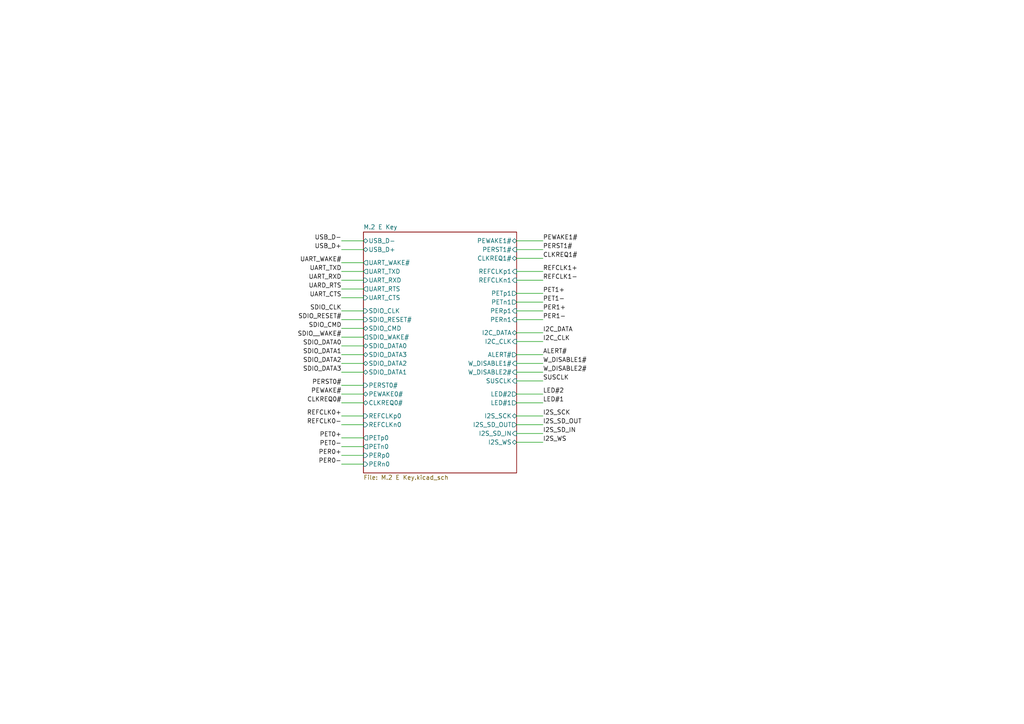
<source format=kicad_sch>
(kicad_sch
	(version 20250114)
	(generator "eeschema")
	(generator_version "9.0")
	(uuid "952b5b3f-9d7c-422c-a52a-bc367f304ba9")
	(paper "A4")
	(lib_symbols)
	(wire
		(pts
			(xy 99.06 86.36) (xy 105.41 86.36)
		)
		(stroke
			(width 0)
			(type default)
		)
		(uuid "007f5bf0-70d3-443b-b513-7f0f8bad5bfe")
	)
	(wire
		(pts
			(xy 99.06 76.2) (xy 105.41 76.2)
		)
		(stroke
			(width 0)
			(type default)
		)
		(uuid "12235e08-1c1e-4503-83aa-edf464e8e9ae")
	)
	(wire
		(pts
			(xy 99.06 102.87) (xy 105.41 102.87)
		)
		(stroke
			(width 0)
			(type default)
		)
		(uuid "1262b9c3-b1f1-4769-9089-3b128b2b266b")
	)
	(wire
		(pts
			(xy 149.86 125.73) (xy 157.48 125.73)
		)
		(stroke
			(width 0)
			(type default)
		)
		(uuid "1cad8bb9-0c82-48cb-8bba-018313c8addc")
	)
	(wire
		(pts
			(xy 99.06 83.82) (xy 105.41 83.82)
		)
		(stroke
			(width 0)
			(type default)
		)
		(uuid "232d4adc-dda9-413b-9e2a-09a36d27429d")
	)
	(wire
		(pts
			(xy 99.06 100.33) (xy 105.41 100.33)
		)
		(stroke
			(width 0)
			(type default)
		)
		(uuid "2d038fd1-a8be-4f55-96f5-dcb84328d2c5")
	)
	(wire
		(pts
			(xy 99.06 132.08) (xy 105.41 132.08)
		)
		(stroke
			(width 0)
			(type default)
		)
		(uuid "32d1c32c-3cb1-4513-b815-90cec57dfb6a")
	)
	(wire
		(pts
			(xy 99.06 129.54) (xy 105.41 129.54)
		)
		(stroke
			(width 0)
			(type default)
		)
		(uuid "34656661-349f-4a04-acc7-912240fbe615")
	)
	(wire
		(pts
			(xy 149.86 85.09) (xy 157.48 85.09)
		)
		(stroke
			(width 0)
			(type default)
		)
		(uuid "346c0a69-92bf-4874-8095-d03df5ec5525")
	)
	(wire
		(pts
			(xy 149.86 92.71) (xy 157.48 92.71)
		)
		(stroke
			(width 0)
			(type default)
		)
		(uuid "39b228ad-4253-46dd-8526-5d31ab749e03")
	)
	(wire
		(pts
			(xy 99.06 134.62) (xy 105.41 134.62)
		)
		(stroke
			(width 0)
			(type default)
		)
		(uuid "3ad67cb0-b5a0-464d-be61-e20c0c6026ca")
	)
	(wire
		(pts
			(xy 99.06 78.74) (xy 105.41 78.74)
		)
		(stroke
			(width 0)
			(type default)
		)
		(uuid "3f2bd8ce-14fe-4103-ada8-5bb362c15555")
	)
	(wire
		(pts
			(xy 99.06 123.19) (xy 105.41 123.19)
		)
		(stroke
			(width 0)
			(type default)
		)
		(uuid "42195606-318d-4241-8f64-f1e8e1c69743")
	)
	(wire
		(pts
			(xy 99.06 120.65) (xy 105.41 120.65)
		)
		(stroke
			(width 0)
			(type default)
		)
		(uuid "43144953-10df-4286-afea-14775ea9132d")
	)
	(wire
		(pts
			(xy 149.86 102.87) (xy 157.48 102.87)
		)
		(stroke
			(width 0)
			(type default)
		)
		(uuid "459df17c-6bb8-453e-ba80-fa824d55f736")
	)
	(wire
		(pts
			(xy 149.86 110.49) (xy 157.48 110.49)
		)
		(stroke
			(width 0)
			(type default)
		)
		(uuid "466ed6b8-51e6-481d-bd53-772d6456ec97")
	)
	(wire
		(pts
			(xy 149.86 116.84) (xy 157.48 116.84)
		)
		(stroke
			(width 0)
			(type default)
		)
		(uuid "49bc98f0-1d92-4fcc-9271-8cddf97a0f2d")
	)
	(wire
		(pts
			(xy 99.06 114.3) (xy 105.41 114.3)
		)
		(stroke
			(width 0)
			(type default)
		)
		(uuid "5430aa99-cfe8-4630-b171-6d1e15837a22")
	)
	(wire
		(pts
			(xy 149.86 72.39) (xy 157.48 72.39)
		)
		(stroke
			(width 0)
			(type default)
		)
		(uuid "5a01612c-bdba-44bf-abca-0eb86d4335ec")
	)
	(wire
		(pts
			(xy 99.06 105.41) (xy 105.41 105.41)
		)
		(stroke
			(width 0)
			(type default)
		)
		(uuid "61e0b603-2b1c-4e1e-b44b-0bcc1bf89396")
	)
	(wire
		(pts
			(xy 99.06 111.76) (xy 105.41 111.76)
		)
		(stroke
			(width 0)
			(type default)
		)
		(uuid "68b57a9c-ea8c-4ec7-bf83-18fa67d29cc5")
	)
	(wire
		(pts
			(xy 99.06 95.25) (xy 105.41 95.25)
		)
		(stroke
			(width 0)
			(type default)
		)
		(uuid "6973b2b3-85d6-42cf-95a8-8296f6e9bd72")
	)
	(wire
		(pts
			(xy 149.86 128.27) (xy 157.48 128.27)
		)
		(stroke
			(width 0)
			(type default)
		)
		(uuid "6e9ccc81-facb-4ab1-a03c-abcafd3afeb9")
	)
	(wire
		(pts
			(xy 99.06 107.95) (xy 105.41 107.95)
		)
		(stroke
			(width 0)
			(type default)
		)
		(uuid "70604d6c-37ac-44f7-b585-f3ad12d8095c")
	)
	(wire
		(pts
			(xy 149.86 69.85) (xy 157.48 69.85)
		)
		(stroke
			(width 0)
			(type default)
		)
		(uuid "7080e4d8-1372-4fd7-bf0f-ef38621b7ea0")
	)
	(wire
		(pts
			(xy 99.06 127) (xy 105.41 127)
		)
		(stroke
			(width 0)
			(type default)
		)
		(uuid "740f8a3e-dd7d-46c5-ba8c-910dae77d53d")
	)
	(wire
		(pts
			(xy 99.06 116.84) (xy 105.41 116.84)
		)
		(stroke
			(width 0)
			(type default)
		)
		(uuid "774ed48c-f0b5-4d24-813c-545f8288069c")
	)
	(wire
		(pts
			(xy 149.86 120.65) (xy 157.48 120.65)
		)
		(stroke
			(width 0)
			(type default)
		)
		(uuid "8935561a-5238-40de-8201-b0f7698e7816")
	)
	(wire
		(pts
			(xy 149.86 81.28) (xy 157.48 81.28)
		)
		(stroke
			(width 0)
			(type default)
		)
		(uuid "8f61e1b0-d88c-4cf6-a46f-4f033209395e")
	)
	(wire
		(pts
			(xy 99.06 81.28) (xy 105.41 81.28)
		)
		(stroke
			(width 0)
			(type default)
		)
		(uuid "90e1a5d5-414c-4094-89f8-eb33de57ee96")
	)
	(wire
		(pts
			(xy 149.86 105.41) (xy 157.48 105.41)
		)
		(stroke
			(width 0)
			(type default)
		)
		(uuid "959e4b6e-1d74-47ab-bce3-37303c541925")
	)
	(wire
		(pts
			(xy 149.86 99.06) (xy 157.48 99.06)
		)
		(stroke
			(width 0)
			(type default)
		)
		(uuid "977959ac-64c8-4b4b-a100-6432137478f4")
	)
	(wire
		(pts
			(xy 149.86 123.19) (xy 157.48 123.19)
		)
		(stroke
			(width 0)
			(type default)
		)
		(uuid "b14ad73a-4446-4992-8d4a-d98b7f35957a")
	)
	(wire
		(pts
			(xy 99.06 72.39) (xy 105.41 72.39)
		)
		(stroke
			(width 0)
			(type default)
		)
		(uuid "b1e5398a-e1c5-4724-9d62-daccc67ec6a0")
	)
	(wire
		(pts
			(xy 149.86 78.74) (xy 157.48 78.74)
		)
		(stroke
			(width 0)
			(type default)
		)
		(uuid "be831064-7cbf-4863-9ff4-d3fbb5db8e5f")
	)
	(wire
		(pts
			(xy 149.86 74.93) (xy 157.48 74.93)
		)
		(stroke
			(width 0)
			(type default)
		)
		(uuid "c839bddc-f366-4c15-95e4-a74216afb4a4")
	)
	(wire
		(pts
			(xy 99.06 69.85) (xy 105.41 69.85)
		)
		(stroke
			(width 0)
			(type default)
		)
		(uuid "cc1775fa-0dd5-4fef-9f7b-b8fee33be977")
	)
	(wire
		(pts
			(xy 99.06 97.79) (xy 105.41 97.79)
		)
		(stroke
			(width 0)
			(type default)
		)
		(uuid "cd61d01d-fbab-4684-8f5d-7e71e1ce8330")
	)
	(wire
		(pts
			(xy 149.86 87.63) (xy 157.48 87.63)
		)
		(stroke
			(width 0)
			(type default)
		)
		(uuid "ce3c8f28-39bf-4301-afc8-59e2c09f7880")
	)
	(wire
		(pts
			(xy 149.86 90.17) (xy 157.48 90.17)
		)
		(stroke
			(width 0)
			(type default)
		)
		(uuid "d6f867e4-d320-48c0-a2a3-f299c64b923f")
	)
	(wire
		(pts
			(xy 99.06 92.71) (xy 105.41 92.71)
		)
		(stroke
			(width 0)
			(type default)
		)
		(uuid "f555c7f9-ac66-4413-8da0-0c8b60d1691b")
	)
	(wire
		(pts
			(xy 149.86 96.52) (xy 157.48 96.52)
		)
		(stroke
			(width 0)
			(type default)
		)
		(uuid "f56fa955-8726-4750-99d6-426a947ac054")
	)
	(wire
		(pts
			(xy 149.86 114.3) (xy 157.48 114.3)
		)
		(stroke
			(width 0)
			(type default)
		)
		(uuid "f7acfbd6-e73b-4679-b961-44594ccbfcec")
	)
	(wire
		(pts
			(xy 149.86 107.95) (xy 157.48 107.95)
		)
		(stroke
			(width 0)
			(type default)
		)
		(uuid "f9a91ec1-c79c-4485-911e-b1bb44b491e0")
	)
	(wire
		(pts
			(xy 99.06 90.17) (xy 105.41 90.17)
		)
		(stroke
			(width 0)
			(type default)
		)
		(uuid "fd2eb65a-05f9-4239-97c3-5536101b8eb7")
	)
	(label "I2C_DATA"
		(at 157.48 96.52 0)
		(effects
			(font
				(size 1.27 1.27)
			)
			(justify left bottom)
		)
		(uuid "190922f6-beae-4503-9668-fb43e0d6b982")
	)
	(label "UART_TXD"
		(at 99.06 78.74 180)
		(effects
			(font
				(size 1.27 1.27)
			)
			(justify right bottom)
		)
		(uuid "1daa6c78-ba8c-48cf-8faa-e51545cf7b80")
	)
	(label "SDIO_RESET#"
		(at 99.06 92.71 180)
		(effects
			(font
				(size 1.27 1.27)
			)
			(justify right bottom)
		)
		(uuid "21c77558-589a-4ce8-8f60-74aeec278167")
	)
	(label "SDIO_CMD"
		(at 99.06 95.25 180)
		(effects
			(font
				(size 1.27 1.27)
			)
			(justify right bottom)
		)
		(uuid "24ad196c-0db1-4d0e-9d53-db1d92e59547")
	)
	(label "CLKREQ0#"
		(at 99.06 116.84 180)
		(effects
			(font
				(size 1.27 1.27)
			)
			(justify right bottom)
		)
		(uuid "2e77501c-de2d-4edc-906b-d0ba3db7024b")
	)
	(label "I2S_SCK"
		(at 157.48 120.65 0)
		(effects
			(font
				(size 1.27 1.27)
			)
			(justify left bottom)
		)
		(uuid "35bed543-8e71-4529-8c23-4e32b289c940")
	)
	(label "SUSCLK"
		(at 157.48 110.49 0)
		(effects
			(font
				(size 1.27 1.27)
			)
			(justify left bottom)
		)
		(uuid "3dabe581-47d5-4b7e-a79e-d3e111ada625")
	)
	(label "UART_WAKE#"
		(at 99.06 76.2 180)
		(effects
			(font
				(size 1.27 1.27)
			)
			(justify right bottom)
		)
		(uuid "41f2789c-2f7e-4689-a3e7-51e7910bea29")
	)
	(label "PET0+"
		(at 99.06 127 180)
		(effects
			(font
				(size 1.27 1.27)
			)
			(justify right bottom)
		)
		(uuid "44e103be-1bc5-48cd-b680-e7c21e838191")
	)
	(label "PET0-"
		(at 99.06 129.54 180)
		(effects
			(font
				(size 1.27 1.27)
			)
			(justify right bottom)
		)
		(uuid "4682db1c-8c98-4d11-b3d7-ffc039f84987")
	)
	(label "USB_D+"
		(at 99.06 72.39 180)
		(effects
			(font
				(size 1.27 1.27)
			)
			(justify right bottom)
		)
		(uuid "48ce11cb-b918-47b1-9576-e7c031e4e3b4")
	)
	(label "UART_RXD"
		(at 99.06 81.28 180)
		(effects
			(font
				(size 1.27 1.27)
			)
			(justify right bottom)
		)
		(uuid "4b4189bc-cc90-4e1b-81ea-110ce173ab12")
	)
	(label "I2S_WS"
		(at 157.48 128.27 0)
		(effects
			(font
				(size 1.27 1.27)
			)
			(justify left bottom)
		)
		(uuid "4dda5563-3302-4a5a-b841-30fa55506556")
	)
	(label "SDIO_CLK"
		(at 99.06 90.17 180)
		(effects
			(font
				(size 1.27 1.27)
			)
			(justify right bottom)
		)
		(uuid "508a4008-c2a7-4d9a-ad3f-4235285c47db")
	)
	(label "I2C_CLK"
		(at 157.48 99.06 0)
		(effects
			(font
				(size 1.27 1.27)
			)
			(justify left bottom)
		)
		(uuid "5285e27d-0df8-4f16-9d0f-25d39609d329")
	)
	(label "I2S_SD_IN"
		(at 157.48 125.73 0)
		(effects
			(font
				(size 1.27 1.27)
			)
			(justify left bottom)
		)
		(uuid "543963b5-f609-4cac-a242-a20031ae7b4f")
	)
	(label "REFCLK0-"
		(at 99.06 123.19 180)
		(effects
			(font
				(size 1.27 1.27)
			)
			(justify right bottom)
		)
		(uuid "589b3715-2c57-4dfe-9c80-a038f8cf41a4")
	)
	(label "I2S_SD_OUT"
		(at 157.48 123.19 0)
		(effects
			(font
				(size 1.27 1.27)
			)
			(justify left bottom)
		)
		(uuid "6a64a9db-fc34-4bbc-81bd-27be05bfa90e")
	)
	(label "REFCLK0+"
		(at 99.06 120.65 180)
		(effects
			(font
				(size 1.27 1.27)
			)
			(justify right bottom)
		)
		(uuid "7ee7dd8d-53ad-48d4-bea6-2cbd887441fb")
	)
	(label "REFCLK1-"
		(at 157.48 81.28 0)
		(effects
			(font
				(size 1.27 1.27)
			)
			(justify left bottom)
		)
		(uuid "80435a06-a81d-40a0-87be-793c6589d473")
	)
	(label "SDIO__WAKE#"
		(at 99.06 97.79 180)
		(effects
			(font
				(size 1.27 1.27)
			)
			(justify right bottom)
		)
		(uuid "8326ffd5-b39d-4dea-947f-85897b308c3c")
	)
	(label "PEWAKE1#"
		(at 157.48 69.85 0)
		(effects
			(font
				(size 1.27 1.27)
			)
			(justify left bottom)
		)
		(uuid "86b0074c-0ae9-4e1e-bc5b-eb98b8904dde")
	)
	(label "SDIO_DATA1"
		(at 99.06 102.87 180)
		(effects
			(font
				(size 1.27 1.27)
			)
			(justify right bottom)
		)
		(uuid "8bde1190-d5c9-4ef8-b824-842e70e2dfe4")
	)
	(label "SDIO_DATA3"
		(at 99.06 107.95 180)
		(effects
			(font
				(size 1.27 1.27)
			)
			(justify right bottom)
		)
		(uuid "8e8830b3-2d7c-4d70-bb59-f801e4991192")
	)
	(label "LED#2"
		(at 157.48 114.3 0)
		(effects
			(font
				(size 1.27 1.27)
			)
			(justify left bottom)
		)
		(uuid "8f76d3ba-2e94-4e35-8419-116573afec2f")
	)
	(label "PER0-"
		(at 99.06 134.62 180)
		(effects
			(font
				(size 1.27 1.27)
			)
			(justify right bottom)
		)
		(uuid "9928c63b-4f3c-4e81-8d3a-f8d77cae0295")
	)
	(label "LED#1"
		(at 157.48 116.84 0)
		(effects
			(font
				(size 1.27 1.27)
			)
			(justify left bottom)
		)
		(uuid "a4dd15c8-b5f3-4632-9cfa-b6ff391cfbbd")
	)
	(label "ALERT#"
		(at 157.48 102.87 0)
		(effects
			(font
				(size 1.27 1.27)
			)
			(justify left bottom)
		)
		(uuid "aa5ac696-41e8-4d07-b01f-ad940c939639")
	)
	(label "SDIO_DATA0"
		(at 99.06 100.33 180)
		(effects
			(font
				(size 1.27 1.27)
			)
			(justify right bottom)
		)
		(uuid "aaf4c44b-647e-4568-8434-a7aad4d0a159")
	)
	(label "PERST1#"
		(at 157.48 72.39 0)
		(effects
			(font
				(size 1.27 1.27)
			)
			(justify left bottom)
		)
		(uuid "ab8afe7d-7542-4593-a7e0-0c7654ffcb78")
	)
	(label "PER1-"
		(at 157.48 92.71 0)
		(effects
			(font
				(size 1.27 1.27)
			)
			(justify left bottom)
		)
		(uuid "b40b1877-bb8e-43c3-9f65-341174ec43ca")
	)
	(label "REFCLK1+"
		(at 157.48 78.74 0)
		(effects
			(font
				(size 1.27 1.27)
			)
			(justify left bottom)
		)
		(uuid "b774bef2-32e0-48b3-bf5c-06cf5d9c56be")
	)
	(label "PER0+"
		(at 99.06 132.08 180)
		(effects
			(font
				(size 1.27 1.27)
			)
			(justify right bottom)
		)
		(uuid "b7bcb91a-7464-4cfc-bc77-e1e52e432e16")
	)
	(label "W_DISABLE1#"
		(at 157.48 105.41 0)
		(effects
			(font
				(size 1.27 1.27)
			)
			(justify left bottom)
		)
		(uuid "c50f42fe-f51e-4fcc-9bff-aaafa226cd40")
	)
	(label "PERST0#"
		(at 99.06 111.76 180)
		(effects
			(font
				(size 1.27 1.27)
			)
			(justify right bottom)
		)
		(uuid "c573171f-531d-4ef2-b24a-8f40084572f5")
	)
	(label "SDIO_DATA2"
		(at 99.06 105.41 180)
		(effects
			(font
				(size 1.27 1.27)
			)
			(justify right bottom)
		)
		(uuid "cb747cb9-b571-4e99-8425-293225d5a4db")
	)
	(label "PET1-"
		(at 157.48 87.63 0)
		(effects
			(font
				(size 1.27 1.27)
			)
			(justify left bottom)
		)
		(uuid "cfb63ec5-34a0-4e91-9cbe-fa4ab4571b7e")
	)
	(label "CLKREQ1#"
		(at 157.48 74.93 0)
		(effects
			(font
				(size 1.27 1.27)
			)
			(justify left bottom)
		)
		(uuid "d08a3e82-82bf-42bb-8912-2ce97a57645b")
	)
	(label "UART_CTS"
		(at 99.06 86.36 180)
		(effects
			(font
				(size 1.27 1.27)
			)
			(justify right bottom)
		)
		(uuid "d6973c13-91eb-4962-97f6-e0996a84beed")
	)
	(label "PEWAKE#"
		(at 99.06 114.3 180)
		(effects
			(font
				(size 1.27 1.27)
			)
			(justify right bottom)
		)
		(uuid "d853cd8e-8fa5-4ee8-83df-f8096bda6ec9")
	)
	(label "UARD_RTS"
		(at 99.06 83.82 180)
		(effects
			(font
				(size 1.27 1.27)
			)
			(justify right bottom)
		)
		(uuid "e01840b5-bce4-4817-a2f1-2a0f5c3d3c86")
	)
	(label "PET1+"
		(at 157.48 85.09 0)
		(effects
			(font
				(size 1.27 1.27)
			)
			(justify left bottom)
		)
		(uuid "ee83445d-5b9c-4986-923d-abe1f96c0b14")
	)
	(label "W_DISABLE2#"
		(at 157.48 107.95 0)
		(effects
			(font
				(size 1.27 1.27)
			)
			(justify left bottom)
		)
		(uuid "ef23a175-94cc-487d-8d1a-7e0f75b517ee")
	)
	(label "PER1+"
		(at 157.48 90.17 0)
		(effects
			(font
				(size 1.27 1.27)
			)
			(justify left bottom)
		)
		(uuid "f85b0314-8e45-43b4-9f7b-c0ec98481edc")
	)
	(label "USB_D-"
		(at 99.06 69.85 180)
		(effects
			(font
				(size 1.27 1.27)
			)
			(justify right bottom)
		)
		(uuid "fd68b60f-aad5-4369-b0fb-2cc26d3deb0b")
	)
	(sheet
		(at 105.41 67.31)
		(size 44.45 69.85)
		(exclude_from_sim no)
		(in_bom yes)
		(on_board yes)
		(dnp no)
		(fields_autoplaced yes)
		(stroke
			(width 0.1524)
			(type solid)
		)
		(fill
			(color 0 0 0 0.0000)
		)
		(uuid "cdf26e33-645a-4e13-b036-4ca70156327e")
		(property "Sheetname" "M.2 E Key"
			(at 105.41 66.5984 0)
			(effects
				(font
					(size 1.27 1.27)
				)
				(justify left bottom)
			)
		)
		(property "Sheetfile" "M.2 E Key.kicad_sch"
			(at 105.41 137.7446 0)
			(effects
				(font
					(size 1.27 1.27)
				)
				(justify left top)
			)
		)
		(pin "USB_D-" bidirectional
			(at 105.41 69.85 180)
			(uuid "ac74fda0-c780-4c40-9ff5-062965b5a18d")
			(effects
				(font
					(size 1.27 1.27)
				)
				(justify left)
			)
		)
		(pin "USB_D+" bidirectional
			(at 105.41 72.39 180)
			(uuid "96c32ce5-1e70-42cf-aeb8-b8d04f2f14c2")
			(effects
				(font
					(size 1.27 1.27)
				)
				(justify left)
			)
		)
		(pin "UART_WAKE#" output
			(at 105.41 76.2 180)
			(uuid "03f322ee-33dd-470e-b371-36c5500f1630")
			(effects
				(font
					(size 1.27 1.27)
				)
				(justify left)
			)
		)
		(pin "UART_TXD" output
			(at 105.41 78.74 180)
			(uuid "3a9b6695-a111-410c-84ac-598b77eda373")
			(effects
				(font
					(size 1.27 1.27)
				)
				(justify left)
			)
		)
		(pin "UART_RTS" output
			(at 105.41 83.82 180)
			(uuid "f5346957-08c1-4e47-ad10-1ef5d85f7ac3")
			(effects
				(font
					(size 1.27 1.27)
				)
				(justify left)
			)
		)
		(pin "UART_RXD" input
			(at 105.41 81.28 180)
			(uuid "b069d533-e611-4e76-b5a7-4c4b8506d369")
			(effects
				(font
					(size 1.27 1.27)
				)
				(justify left)
			)
		)
		(pin "UART_CTS" input
			(at 105.41 86.36 180)
			(uuid "da7bd1ba-46f4-41a7-8220-447e7e10b735")
			(effects
				(font
					(size 1.27 1.27)
				)
				(justify left)
			)
		)
		(pin "SDIO_CLK" input
			(at 105.41 90.17 180)
			(uuid "7783d278-589f-4f35-84e6-7a5eb321f780")
			(effects
				(font
					(size 1.27 1.27)
				)
				(justify left)
			)
		)
		(pin "SDIO_RESET#" input
			(at 105.41 92.71 180)
			(uuid "166ea215-d6af-4d00-938b-31a227c66239")
			(effects
				(font
					(size 1.27 1.27)
				)
				(justify left)
			)
		)
		(pin "SDIO_CMD" bidirectional
			(at 105.41 95.25 180)
			(uuid "7b8101f9-4f2b-49ad-84b6-014a1fe622d9")
			(effects
				(font
					(size 1.27 1.27)
				)
				(justify left)
			)
		)
		(pin "SDIO_WAKE#" output
			(at 105.41 97.79 180)
			(uuid "b0cab93b-e47c-4d32-b7fd-c04cad71829a")
			(effects
				(font
					(size 1.27 1.27)
				)
				(justify left)
			)
		)
		(pin "SDIO_DATA0" bidirectional
			(at 105.41 100.33 180)
			(uuid "15924639-67a0-4337-989b-cb30a46cdcf3")
			(effects
				(font
					(size 1.27 1.27)
				)
				(justify left)
			)
		)
		(pin "SDIO_DATA3" bidirectional
			(at 105.41 102.87 180)
			(uuid "a4b746fd-a39f-4bb1-adb4-539ea591d77f")
			(effects
				(font
					(size 1.27 1.27)
				)
				(justify left)
			)
		)
		(pin "SDIO_DATA2" bidirectional
			(at 105.41 105.41 180)
			(uuid "30ddd61f-40b2-4786-84a0-98a4015b289f")
			(effects
				(font
					(size 1.27 1.27)
				)
				(justify left)
			)
		)
		(pin "SDIO_DATA1" bidirectional
			(at 105.41 107.95 180)
			(uuid "ce2f526c-1264-4ec3-944b-d14af7e4c320")
			(effects
				(font
					(size 1.27 1.27)
				)
				(justify left)
			)
		)
		(pin "PERST0#" input
			(at 105.41 111.76 180)
			(uuid "970ce383-ffcb-4fbf-a578-7c69d6f59325")
			(effects
				(font
					(size 1.27 1.27)
				)
				(justify left)
			)
		)
		(pin "PEWAKE0#" bidirectional
			(at 105.41 114.3 180)
			(uuid "f9eb0286-947b-4c28-9383-10ea168202b9")
			(effects
				(font
					(size 1.27 1.27)
				)
				(justify left)
			)
		)
		(pin "CLKREQ0#" bidirectional
			(at 105.41 116.84 180)
			(uuid "b7b9094b-e1a4-4825-85d4-502307669855")
			(effects
				(font
					(size 1.27 1.27)
				)
				(justify left)
			)
		)
		(pin "REFCLKp0" input
			(at 105.41 120.65 180)
			(uuid "8ae9c2d3-d4a2-4ee0-a42b-f5695501b170")
			(effects
				(font
					(size 1.27 1.27)
				)
				(justify left)
			)
		)
		(pin "REFCLKn0" input
			(at 105.41 123.19 180)
			(uuid "f8996a81-9993-447e-b887-652f90a5fe8f")
			(effects
				(font
					(size 1.27 1.27)
				)
				(justify left)
			)
		)
		(pin "PETn0" output
			(at 105.41 129.54 180)
			(uuid "298df22c-8469-40d9-99c4-454b1653ceb1")
			(effects
				(font
					(size 1.27 1.27)
				)
				(justify left)
			)
		)
		(pin "PETp0" output
			(at 105.41 127 180)
			(uuid "1b44ae62-b2df-4715-9ee4-c210bb48cbe7")
			(effects
				(font
					(size 1.27 1.27)
				)
				(justify left)
			)
		)
		(pin "PERn0" input
			(at 105.41 134.62 180)
			(uuid "3956883a-2689-462b-bb85-11ac101c86ff")
			(effects
				(font
					(size 1.27 1.27)
				)
				(justify left)
			)
		)
		(pin "PERp0" input
			(at 105.41 132.08 180)
			(uuid "52922742-90d2-4df3-9fff-4d364f70c8f1")
			(effects
				(font
					(size 1.27 1.27)
				)
				(justify left)
			)
		)
		(pin "PEWAKE1#" bidirectional
			(at 149.86 69.85 0)
			(uuid "3e459ee7-c6f5-45e9-bb1b-ceee832d79ad")
			(effects
				(font
					(size 1.27 1.27)
				)
				(justify right)
			)
		)
		(pin "PERST1#" input
			(at 149.86 72.39 0)
			(uuid "8f93a357-6665-4478-9e95-bbdfef9f1cf7")
			(effects
				(font
					(size 1.27 1.27)
				)
				(justify right)
			)
		)
		(pin "CLKREQ1#" bidirectional
			(at 149.86 74.93 0)
			(uuid "374babc5-481f-4d4e-8052-b2f2bc9d4381")
			(effects
				(font
					(size 1.27 1.27)
				)
				(justify right)
			)
		)
		(pin "REFCLKn1" input
			(at 149.86 81.28 0)
			(uuid "92c6ef7b-bb17-428c-b25e-ee233c9e0def")
			(effects
				(font
					(size 1.27 1.27)
				)
				(justify right)
			)
		)
		(pin "REFCLKp1" input
			(at 149.86 78.74 0)
			(uuid "d25c998c-a866-4db4-aeea-c5d09dc55880")
			(effects
				(font
					(size 1.27 1.27)
				)
				(justify right)
			)
		)
		(pin "PETn1" output
			(at 149.86 87.63 0)
			(uuid "7c83a9f3-65d2-4222-a133-3a0f950518a1")
			(effects
				(font
					(size 1.27 1.27)
				)
				(justify right)
			)
		)
		(pin "PETp1" output
			(at 149.86 85.09 0)
			(uuid "6ee95f28-5366-42bf-8f57-4999a6613be5")
			(effects
				(font
					(size 1.27 1.27)
				)
				(justify right)
			)
		)
		(pin "PERp1" input
			(at 149.86 90.17 0)
			(uuid "01631b54-592b-4c86-bfef-62af34f55868")
			(effects
				(font
					(size 1.27 1.27)
				)
				(justify right)
			)
		)
		(pin "PERn1" input
			(at 149.86 92.71 0)
			(uuid "ef597245-b044-4c8c-900f-8a9bbe1562e4")
			(effects
				(font
					(size 1.27 1.27)
				)
				(justify right)
			)
		)
		(pin "I2C_DATA" bidirectional
			(at 149.86 96.52 0)
			(uuid "6ef84131-ef05-4367-85b0-9bec800022e2")
			(effects
				(font
					(size 1.27 1.27)
				)
				(justify right)
			)
		)
		(pin "I2C_CLK" input
			(at 149.86 99.06 0)
			(uuid "7fbc6a4b-4e14-4f2b-85bd-cbc1f16758d8")
			(effects
				(font
					(size 1.27 1.27)
				)
				(justify right)
			)
		)
		(pin "ALERT#" output
			(at 149.86 102.87 0)
			(uuid "2dc650d0-f4d4-4eec-8b89-78e4c26d0f9f")
			(effects
				(font
					(size 1.27 1.27)
				)
				(justify right)
			)
		)
		(pin "W_DISABLE1#" input
			(at 149.86 105.41 0)
			(uuid "26274401-134f-408d-b775-da69cba7941e")
			(effects
				(font
					(size 1.27 1.27)
				)
				(justify right)
			)
		)
		(pin "SUSCLK" input
			(at 149.86 110.49 0)
			(uuid "fb2acb47-c321-4389-be0e-59c46a29cc5c")
			(effects
				(font
					(size 1.27 1.27)
				)
				(justify right)
			)
		)
		(pin "W_DISABLE2#" input
			(at 149.86 107.95 0)
			(uuid "d5647116-acbe-46e1-9eb6-5e4fbeb0f102")
			(effects
				(font
					(size 1.27 1.27)
				)
				(justify right)
			)
		)
		(pin "LED#2" output
			(at 149.86 114.3 0)
			(uuid "f13f2de1-123c-460f-92ac-ac98480f46c8")
			(effects
				(font
					(size 1.27 1.27)
				)
				(justify right)
			)
		)
		(pin "LED#1" output
			(at 149.86 116.84 0)
			(uuid "89246090-4098-4136-9f88-f608f1625b5c")
			(effects
				(font
					(size 1.27 1.27)
				)
				(justify right)
			)
		)
		(pin "I2S_SCK" bidirectional
			(at 149.86 120.65 0)
			(uuid "06ec1cac-b649-4bce-8b0a-eba2000bce90")
			(effects
				(font
					(size 1.27 1.27)
				)
				(justify right)
			)
		)
		(pin "I2S_SD_OUT" output
			(at 149.86 123.19 0)
			(uuid "1cc4423f-808e-4d98-aca0-97b7c47e1890")
			(effects
				(font
					(size 1.27 1.27)
				)
				(justify right)
			)
		)
		(pin "I2S_WS" bidirectional
			(at 149.86 128.27 0)
			(uuid "11650adb-0b7b-4751-bb34-8fed88929731")
			(effects
				(font
					(size 1.27 1.27)
				)
				(justify right)
			)
		)
		(pin "I2S_SD_IN" input
			(at 149.86 125.73 0)
			(uuid "049154de-411e-42c5-a082-020b79e3a150")
			(effects
				(font
					(size 1.27 1.27)
				)
				(justify right)
			)
		)
		(instances
			(project "M.2 E Key 3060"
				(path "/952b5b3f-9d7c-422c-a52a-bc367f304ba9"
					(page "2")
				)
			)
		)
	)
	(sheet_instances
		(path "/"
			(page "1")
		)
	)
	(embedded_fonts no)
)

</source>
